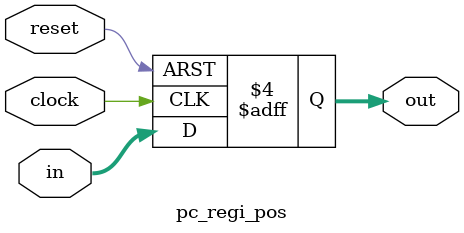
<source format=v>
module pc_regi_pos (
	input clock, 
	input reset, 
	input [15:0] in,
	output reg [15:0] out);
	
	always @(posedge clock or negedge reset) begin
		if (reset == 1'b0) begin
			out <= 16'b0000000000000000;
		end else if (clock == 1'b1) begin
			out <= in;
		end
	end
	
endmodule

</source>
